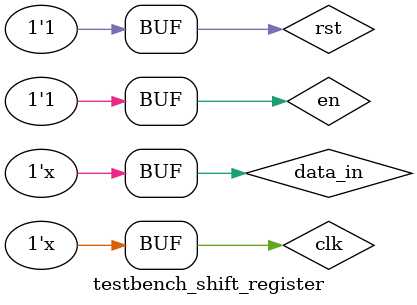
<source format=v>
module testbench_shift_register;
	parameter clk_periode = 10; 

	reg clk;
	reg rst;
	reg en;
	reg data_in;
	wire[31:0] data_out;


	shift_register#(32) shiftregister
	(
	.clk(clk),
	.rst(rst),
	.en(en),
	.data_in(data_in),
	.data_out(data_out)
	);
	
	initial begin
		rst = 1'b0;
		en = 1'b0;
		clk = 1'b0;
		data_in = 1'b0;
		#(clk_periode*2) rst = 1'b1;
		#(clk_periode*5) en = 1'b1;
		
	end
	always #(clk_periode/2) clk = !clk;
	always #(clk_periode*2) data_in = !data_in;
endmodule
</source>
